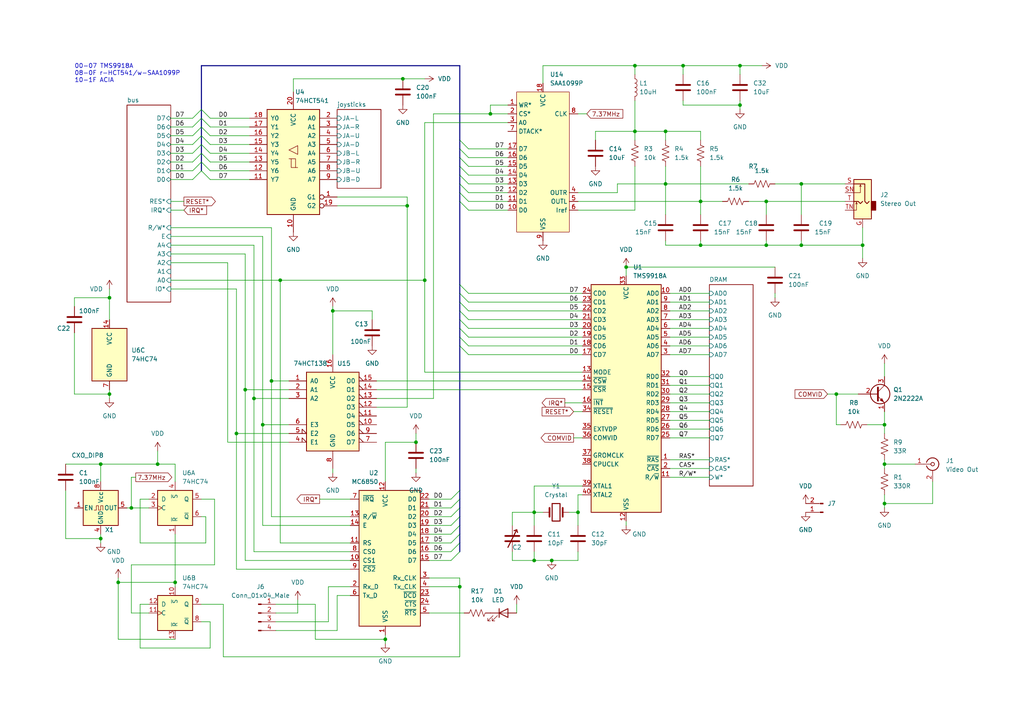
<source format=kicad_sch>
(kicad_sch (version 20230121) (generator eeschema)
  (paper "A4")
  (lib_symbols
    (symbol "74xx:74HCT541" (pin_names (offset 1.016))
      (property "Reference" "U" (at -7.62 16.51 0))
      (property "Value" "74HCT541" (at -7.62 -16.51 0))
      (symbol "74HCT541_1_0"
        (pin input inverted (at -12.7 -10.16 0) (length 5.08) (name "G1") (number "1"))
        (pin power_in line (at 0 -20.32 90) (length 5.08) (name "GND") (number "10"))
        (pin tri_state line (at 12.7 -5.08 180) (length 5.08) (name "Y7") (number "11"))
        (pin tri_state line (at 12.7 -2.54 180) (length 5.08) (name "Y6") (number "12"))
        (pin tri_state line (at 12.7 0 180) (length 5.08) (name "Y5") (number "13"))
        (pin tri_state line (at 12.7 2.54 180) (length 5.08) (name "Y4") (number "14"))
        (pin tri_state line (at 12.7 5.08 180) (length 5.08) (name "Y3") (number "15"))
        (pin tri_state line (at 12.7 7.62 180) (length 5.08) (name "Y2") (number "16"))
        (pin tri_state line (at 12.7 10.16 180) (length 5.08) (name "Y1") (number "17"))
        (pin tri_state line (at 12.7 12.7 180) (length 5.08) (name "Y0") (number "18"))
        (pin input inverted (at -12.7 -12.7 0) (length 5.08) (name "G2") (number "19"))
        (pin input line (at -12.7 12.7 0) (length 5.08) (name "A0") (number "2"))
        (pin power_in line (at 0 20.32 270) (length 5.08) (name "VCC") (number "20"))
        (pin input line (at -12.7 10.16 0) (length 5.08) (name "A1") (number "3"))
        (pin input line (at -12.7 7.62 0) (length 5.08) (name "A2") (number "4"))
        (pin input line (at -12.7 5.08 0) (length 5.08) (name "A3") (number "5"))
        (pin input line (at -12.7 2.54 0) (length 5.08) (name "A4") (number "6"))
        (pin input line (at -12.7 0 0) (length 5.08) (name "A5") (number "7"))
        (pin input line (at -12.7 -2.54 0) (length 5.08) (name "A6") (number "8"))
        (pin input line (at -12.7 -5.08 0) (length 5.08) (name "A7") (number "9"))
      )
    )
    (symbol "74xx:74LS138" (pin_names (offset 1.016))
      (property "Reference" "U" (at -7.62 11.43 0))
      (property "Value" "74LS138" (at -7.62 -13.97 0))
      (symbol "74LS138_1_0"
        (pin input line (at -12.7 7.62 0) (length 5.08) (name "A0") (number "1"))
        (pin output output_low (at 12.7 -5.08 180) (length 5.08) (name "O5") (number "10"))
        (pin output output_low (at 12.7 -2.54 180) (length 5.08) (name "O4") (number "11"))
        (pin output output_low (at 12.7 0 180) (length 5.08) (name "O3") (number "12"))
        (pin output output_low (at 12.7 2.54 180) (length 5.08) (name "O2") (number "13"))
        (pin output output_low (at 12.7 5.08 180) (length 5.08) (name "O1") (number "14"))
        (pin output output_low (at 12.7 7.62 180) (length 5.08) (name "O0") (number "15"))
        (pin power_in line (at 0 15.24 270) (length 5.08) (name "VCC") (number "16"))
        (pin input line (at -12.7 5.08 0) (length 5.08) (name "A1") (number "2"))
        (pin input line (at -12.7 2.54 0) (length 5.08) (name "A2") (number "3"))
        (pin input input_low (at -12.7 -10.16 0) (length 5.08) (name "E1") (number "4"))
        (pin input input_low (at -12.7 -7.62 0) (length 5.08) (name "E2") (number "5"))
        (pin input line (at -12.7 -5.08 0) (length 5.08) (name "E3") (number "6"))
        (pin output output_low (at 12.7 -10.16 180) (length 5.08) (name "O7") (number "7"))
        (pin power_in line (at 0 -17.78 90) (length 5.08) (name "GND") (number "8"))
        (pin output output_low (at 12.7 -7.62 180) (length 5.08) (name "O6") (number "9"))
      )
    )
    (symbol "74xx:74LS74" (pin_names (offset 1.016))
      (property "Reference" "U" (at -7.62 8.89 0))
      (property "Value" "74LS74" (at -7.62 -8.89 0))
      (symbol "74LS74_1_0"
        (pin input line (at 0 -7.62 90) (length 2.54) (name "~{R}") (number "1"))
        (pin input line (at -7.62 2.54 0) (length 2.54) (name "D") (number "2"))
        (pin input clock (at -7.62 0 0) (length 2.54) (name "C") (number "3"))
        (pin input line (at 0 7.62 270) (length 2.54) (name "~{S}") (number "4"))
        (pin output line (at 7.62 2.54 180) (length 2.54) (name "Q") (number "5"))
        (pin output line (at 7.62 -2.54 180) (length 2.54) (name "~{Q}") (number "6"))
      )
      (symbol "74LS74_2_0"
        (pin input line (at 0 7.62 270) (length 2.54) (name "~{S}") (number "10"))
        (pin input clock (at -7.62 0 0) (length 2.54) (name "C") (number "11"))
        (pin input line (at -7.62 2.54 0) (length 2.54) (name "D") (number "12"))
        (pin input line (at 0 -7.62 90) (length 2.54) (name "~{R}") (number "13"))
        (pin output line (at 7.62 -2.54 180) (length 2.54) (name "~{Q}") (number "8"))
        (pin output line (at 7.62 2.54 180) (length 2.54) (name "Q") (number "9"))
      )
      (symbol "74LS74_3_0"
        (pin power_in line (at 0 10.16 270) (length 2.54) (name "VCC") (number "14"))
        (pin power_in line (at 0 -10.16 90) (length 2.54) (name "GND") (number "7"))
      )
    )
    (symbol "Connector:AudioJack2_Ground_Switch"
      (property "Reference" "J" (at 0 11.43 0))
      (property "Value" "AudioJack2_Ground_Switch" (at 0 8.89 0))
      (symbol "AudioJack2_Ground_Switch_1_1"
        (pin passive line (at 0 -7.62 90) (length 2.54) (name "~") (number "G"))
        (pin passive line (at 5.08 5.08 180) (length 2.54) (name "~") (number "S"))
        (pin passive line (at 5.08 2.54 180) (length 2.54) (name "~") (number "SN"))
        (pin passive line (at 5.08 0 180) (length 2.54) (name "~") (number "T"))
        (pin passive line (at 5.08 -2.54 180) (length 2.54) (name "~") (number "TN"))
      )
    )
    (symbol "Connector:Conn_01x02_Male" (pin_names (offset 1.016) hide)
      (property "Reference" "J" (at 0 2.54 0))
      (property "Value" "Conn_01x02_Male" (at 0 -5.08 0))
      (symbol "Conn_01x02_Male_1_1"
        (pin passive line (at 5.08 0 180) (length 3.81) (name "Pin_1") (number "1"))
        (pin passive line (at 5.08 -2.54 180) (length 3.81) (name "Pin_2") (number "2"))
      )
    )
    (symbol "Connector:Conn_01x04_Male" (pin_names (offset 1.016) hide)
      (property "Reference" "J" (at 0 5.08 0))
      (property "Value" "Conn_01x04_Male" (at 0 -7.62 0))
      (symbol "Conn_01x04_Male_1_1"
        (pin passive line (at 5.08 2.54 180) (length 3.81) (name "Pin_1") (number "1"))
        (pin passive line (at 5.08 0 180) (length 3.81) (name "Pin_2") (number "2"))
        (pin passive line (at 5.08 -2.54 180) (length 3.81) (name "Pin_3") (number "3"))
        (pin passive line (at 5.08 -5.08 180) (length 3.81) (name "Pin_4") (number "4"))
      )
    )
    (symbol "Connector:Conn_Coaxial" (pin_names (offset 1.016) hide)
      (property "Reference" "J" (at 0.254 3.048 0))
      (property "Value" "Conn_Coaxial" (at 2.921 0 90))
      (symbol "Conn_Coaxial_1_1"
        (pin passive line (at -5.08 0 0) (length 2.54) (name "In") (number "1"))
        (pin passive line (at 0 -5.08 90) (length 2.54) (name "Ext") (number "2"))
      )
    )
    (symbol "Device:C" (pin_numbers hide) (pin_names (offset 0.254))
      (property "Reference" "C" (at 0.635 2.54 0))
      (property "Value" "C" (at 0.635 -2.54 0))
      (symbol "C_1_1"
        (pin passive line (at 0 3.81 270) (length 2.794) (name "~") (number "1"))
        (pin passive line (at 0 -3.81 90) (length 2.794) (name "~") (number "2"))
      )
    )
    (symbol "Device:C_Variable" (pin_numbers hide) (pin_names (offset 0.254) hide)
      (property "Reference" "C" (at 0.635 -1.905 0))
      (property "Value" "C_Variable" (at 0.635 -3.81 0))
      (symbol "C_Variable_1_1"
        (pin passive line (at 0 3.81 270) (length 3.048) (name "~") (number "1"))
        (pin passive line (at 0 -3.81 90) (length 3.048) (name "~") (number "2"))
      )
    )
    (symbol "Device:Crystal" (pin_numbers hide) (pin_names (offset 1.016) hide)
      (property "Reference" "Y" (at 0 3.81 0))
      (property "Value" "Crystal" (at 0 -3.81 0))
      (symbol "Crystal_1_1"
        (pin passive line (at -3.81 0 0) (length 1.27) (name "1") (number "1"))
        (pin passive line (at 3.81 0 180) (length 1.27) (name "2") (number "2"))
      )
    )
    (symbol "Device:L" (pin_numbers hide) (pin_names (offset 1.016) hide)
      (property "Reference" "L" (at -1.27 0 90))
      (property "Value" "L" (at 1.905 0 90))
      (symbol "L_1_1"
        (pin passive line (at 0 3.81 270) (length 1.27) (name "1") (number "1"))
        (pin passive line (at 0 -3.81 90) (length 1.27) (name "2") (number "2"))
      )
    )
    (symbol "Device:LED" (pin_numbers hide) (pin_names (offset 1.016) hide)
      (property "Reference" "D" (at 0 2.54 0))
      (property "Value" "LED" (at 0 -2.54 0))
      (symbol "LED_1_1"
        (pin passive line (at -3.81 0 0) (length 2.54) (name "K") (number "1"))
        (pin passive line (at 3.81 0 180) (length 2.54) (name "A") (number "2"))
      )
    )
    (symbol "Device:R_US" (pin_numbers hide) (pin_names (offset 0))
      (property "Reference" "R" (at 2.54 0 90))
      (property "Value" "R_US" (at -2.54 0 90))
      (symbol "R_US_1_1"
        (pin passive line (at 0 3.81 270) (length 1.27) (name "~") (number "1"))
        (pin passive line (at 0 -3.81 90) (length 1.27) (name "~") (number "2"))
      )
    )
    (symbol "New_Library:MC6850" (pin_names (offset 1.016))
      (property "Reference" "U" (at -7.366 31.75 0))
      (property "Value" "MC6850" (at 10.414 31.75 0))
      (symbol "MC6850_1_1"
        (pin power_in line (at 0 -11.43 90) (length 2.54) (name "VSS") (number "1"))
        (pin input line (at 10.16 10.16 180) (length 2.54) (name "CS1") (number "10"))
        (pin input line (at 10.16 15.24 180) (length 2.54) (name "RS") (number "11"))
        (pin power_in line (at 0 33.02 270) (length 2.54) (name "VCC") (number "12"))
        (pin input line (at 10.16 22.86 180) (length 2.54) (name "R/~{W}") (number "13"))
        (pin input line (at 10.16 20.32 180) (length 2.54) (name "E") (number "14"))
        (pin bidirectional line (at -12.7 10.16 0) (length 2.54) (name "D7") (number "15"))
        (pin bidirectional line (at -12.7 12.7 0) (length 2.54) (name "D6") (number "16"))
        (pin bidirectional line (at -12.7 15.24 0) (length 2.54) (name "D5") (number "17"))
        (pin bidirectional line (at -12.7 17.78 0) (length 2.54) (name "D4") (number "18"))
        (pin bidirectional line (at -12.7 20.32 0) (length 2.54) (name "D3") (number "19"))
        (pin input line (at 10.16 2.54 180) (length 2.54) (name "Rx_D") (number "2"))
        (pin bidirectional line (at -12.7 22.86 0) (length 2.54) (name "D2") (number "20"))
        (pin bidirectional line (at -12.7 25.4 0) (length 2.54) (name "D1") (number "21"))
        (pin bidirectional line (at -12.7 27.94 0) (length 2.54) (name "D0") (number "22"))
        (pin input line (at -12.7 0 0) (length 2.54) (name "~{DCD}") (number "23"))
        (pin input line (at -12.7 -2.54 0) (length 2.54) (name "~{CTS}") (number "24"))
        (pin input line (at -12.7 5.08 0) (length 2.54) (name "Rx_CLK") (number "3"))
        (pin input line (at -12.7 2.54 0) (length 2.54) (name "Tx_CLK") (number "4"))
        (pin output line (at -12.7 -5.08 0) (length 2.54) (name "~{RTS}") (number "5"))
        (pin output line (at 10.16 0 180) (length 2.54) (name "Tx_D") (number "6"))
        (pin output line (at 10.16 27.94 180) (length 2.54) (name "~{IRQ}") (number "7"))
        (pin input line (at 10.16 12.7 180) (length 2.54) (name "CS0") (number "8"))
        (pin input line (at 10.16 7.62 180) (length 2.54) (name "~{CS2}") (number "9"))
      )
    )
    (symbol "New_Library:SAA1099P"
      (property "Reference" "U" (at 0 0 0))
      (property "Value" "SAA1099P" (at 1.27 -3.81 0))
      (symbol "SAA1099P_1_1"
        (pin input line (at -10.16 16.51 0) (length 2.54) (name "WR*") (number "1"))
        (pin input line (at -10.16 -13.97 0) (length 2.54) (name "D0") (number "10"))
        (pin input line (at -10.16 -11.43 0) (length 2.54) (name "D1") (number "11"))
        (pin input line (at -10.16 -8.89 0) (length 2.54) (name "D2") (number "12"))
        (pin input line (at -10.16 -6.35 0) (length 2.54) (name "D3") (number "13"))
        (pin input line (at -10.16 -3.81 0) (length 2.54) (name "D4") (number "14"))
        (pin input line (at -10.16 -1.27 0) (length 2.54) (name "D5") (number "15"))
        (pin input line (at -10.16 1.27 0) (length 2.54) (name "D6") (number "16"))
        (pin input line (at -10.16 3.81 0) (length 2.54) (name "D7") (number "17"))
        (pin power_in line (at 0 22.86 270) (length 2.54) (name "VCC") (number "18"))
        (pin input line (at -10.16 13.97 0) (length 2.54) (name "CS*") (number "2"))
        (pin input line (at -10.16 11.43 0) (length 2.54) (name "A0") (number "3"))
        (pin output line (at 10.16 -8.89 180) (length 2.54) (name "OUTR") (number "4"))
        (pin output line (at 10.16 -11.43 180) (length 2.54) (name "OUTL") (number "5"))
        (pin output line (at 10.16 -13.97 180) (length 2.54) (name "Iref") (number "6"))
        (pin open_collector line (at -10.16 8.89 0) (length 2.54) (name "DTACK*") (number "7"))
        (pin input line (at 10.16 13.97 180) (length 2.54) (name "CLK") (number "8"))
        (pin power_in line (at 0 -22.86 90) (length 2.54) (name "VSS") (number "9"))
      )
    )
    (symbol "New_Library:TMS9918A"
      (property "Reference" "U1" (at 2.0194 38.1 0))
      (property "Value" "TMS9918A" (at 2.0194 35.56 0))
      (symbol "TMS9918A_1_1"
        (pin output line (at 12.7 -17.78 180) (length 2.54) (name "~{RAS}") (number "1"))
        (pin output line (at 12.7 30.48 180) (length 2.54) (name "AD0") (number "10"))
        (pin output line (at 12.7 -22.86 180) (length 2.54) (name "R/~{W}") (number "11"))
        (pin power_in line (at 0 -35.56 90) (length 2.54) (name "VSS") (number "12"))
        (pin input line (at -12.7 7.62 0) (length 2.54) (name "MODE") (number "13"))
        (pin input line (at -12.7 5.08 0) (length 2.54) (name "~{CSW}") (number "14"))
        (pin input line (at -12.7 2.54 0) (length 2.54) (name "~{CSR}") (number "15"))
        (pin output line (at -12.7 -1.27 0) (length 2.54) (name "~{INT}") (number "16"))
        (pin bidirectional line (at -12.7 12.7 0) (length 2.54) (name "CD7") (number "17"))
        (pin bidirectional line (at -12.7 15.24 0) (length 2.54) (name "CD6") (number "18"))
        (pin bidirectional line (at -12.7 17.78 0) (length 2.54) (name "CD5") (number "19"))
        (pin output line (at 12.7 -20.32 180) (length 2.54) (name "~{CAS}") (number "2"))
        (pin bidirectional line (at -12.7 20.32 0) (length 2.54) (name "CD4") (number "20"))
        (pin bidirectional line (at -12.7 22.86 0) (length 2.54) (name "CD3") (number "21"))
        (pin bidirectional line (at -12.7 25.4 0) (length 2.54) (name "CD2") (number "22"))
        (pin bidirectional line (at -12.7 27.94 0) (length 2.54) (name "CD1") (number "23"))
        (pin bidirectional line (at -12.7 30.48 0) (length 2.54) (name "CD0") (number "24"))
        (pin input line (at 12.7 -11.43 180) (length 2.54) (name "RD7") (number "25"))
        (pin input line (at 12.7 -8.89 180) (length 2.54) (name "RD6") (number "26"))
        (pin input line (at 12.7 -6.35 180) (length 2.54) (name "RD5") (number "27"))
        (pin input line (at 12.7 -3.81 180) (length 2.54) (name "RD4") (number "28"))
        (pin input line (at 12.7 -1.27 180) (length 2.54) (name "RD3") (number "29"))
        (pin output line (at 12.7 12.7 180) (length 2.54) (name "AD7") (number "3"))
        (pin input line (at 12.7 1.27 180) (length 2.54) (name "RD2") (number "30"))
        (pin input line (at 12.7 3.81 180) (length 2.54) (name "RD1") (number "31"))
        (pin input line (at 12.7 6.35 180) (length 2.54) (name "RD0") (number "32"))
        (pin power_in line (at 0 35.56 270) (length 2.54) (name "VCC") (number "33"))
        (pin input line (at -12.7 -3.81 0) (length 2.54) (name "~{RESET}") (number "34"))
        (pin input line (at -12.7 -8.89 0) (length 2.54) (name "EXTVDP") (number "35"))
        (pin output line (at -12.7 -11.43 0) (length 2.54) (name "COMVID") (number "36"))
        (pin output line (at -12.7 -16.51 0) (length 2.54) (name "GROMCLK") (number "37"))
        (pin output line (at -12.7 -19.05 0) (length 2.54) (name "CPUCLK") (number "38"))
        (pin passive line (at -12.7 -25.4 0) (length 2.54) (name "XTAL1") (number "39"))
        (pin output line (at 12.7 15.24 180) (length 2.54) (name "AD6") (number "4"))
        (pin passive line (at -12.7 -27.94 0) (length 2.54) (name "XTAL2") (number "40"))
        (pin output line (at 12.7 17.78 180) (length 2.54) (name "AD5") (number "5"))
        (pin output line (at 12.7 20.32 180) (length 2.54) (name "AD4") (number "6"))
        (pin output line (at 12.7 22.86 180) (length 2.54) (name "AD3") (number "7"))
        (pin output line (at 12.7 25.4 180) (length 2.54) (name "AD2") (number "8"))
        (pin output line (at 12.7 27.94 180) (length 2.54) (name "AD1") (number "9"))
      )
    )
    (symbol "Oscillator:CXO_DIP8" (pin_names (offset 0.254))
      (property "Reference" "X" (at -5.08 6.35 0))
      (property "Value" "CXO_DIP8" (at 1.27 -6.35 0))
      (symbol "CXO_DIP8_1_1"
        (pin input line (at -7.62 0 0) (length 2.54) (name "EN") (number "1"))
        (pin power_in line (at 0 -7.62 90) (length 2.54) (name "GND") (number "4"))
        (pin output line (at 7.62 0 180) (length 2.54) (name "OUT") (number "5"))
        (pin power_in line (at 0 7.62 270) (length 2.54) (name "Vcc") (number "8"))
      )
    )
    (symbol "Transistor_BJT:2N3904" (pin_names (offset 0) hide)
      (property "Reference" "Q" (at 5.08 1.905 0))
      (property "Value" "2N3904" (at 5.08 0 0))
      (symbol "2N3904_1_1"
        (pin passive line (at 2.54 -5.08 90) (length 2.54) (name "E") (number "1"))
        (pin passive line (at -5.08 0 0) (length 5.715) (name "B") (number "2"))
        (pin passive line (at 2.54 5.08 270) (length 2.54) (name "C") (number "3"))
      )
    )
    (symbol "power:GND" (power) (pin_names (offset 0))
      (property "Value" "GND" (at 0 -3.81 0))
      (symbol "GND_1_1"
        (pin power_in line (at 0 0 270) (length 0) hide (name "GND") (number "1"))
      )
    )
    (symbol "power:VDD" (power) (pin_names (offset 0))
      (property "Value" "VDD" (at 0 3.81 0))
      (symbol "VDD_1_1"
        (pin power_in line (at 0 0 90) (length 0) hide (name "VDD") (number "1"))
      )
    )
  )
  (junction (at 154.94 148.59))
  (junction (at 256.54 134.62))
  (junction (at 142.24 33.02))
  (junction (at 203.2 71.12))
  (junction (at 184.15 38.1))
  (junction (at 111.76 185.42))
  (junction (at 45.72 134.62))
  (junction (at 181.61 77.47))
  (junction (at 31.75 86.36))
  (junction (at 222.25 58.42))
  (junction (at 184.15 19.05))
  (junction (at 250.19 71.12))
  (junction (at 76.2 123.19))
  (junction (at 78.74 110.49))
  (junction (at 34.29 168.91))
  (junction (at 73.66 115.57))
  (junction (at 120.65 128.27))
  (junction (at 123.19 81.28))
  (junction (at 81.28 81.28))
  (junction (at 118.11 59.69))
  (junction (at 232.41 71.12))
  (junction (at 256.54 123.19))
  (junction (at 160.02 162.56))
  (junction (at 214.63 19.05))
  (junction (at 68.58 125.73))
  (junction (at 29.21 134.62))
  (junction (at 198.12 19.05))
  (junction (at 133.35 170.18))
  (junction (at 222.25 71.12))
  (junction (at 203.2 58.42))
  (junction (at 193.04 53.34))
  (junction (at 242.57 114.3))
  (junction (at 214.63 30.48))
  (junction (at 38.1 147.32))
  (junction (at 193.04 38.1))
  (junction (at 154.94 162.56))
  (junction (at 256.54 146.05))
  (junction (at 31.75 114.3))
  (junction (at 29.21 156.21))
  (junction (at 232.41 53.34))
  (junction (at 167.64 148.59))
  (junction (at 71.12 113.03))
  (junction (at 50.8 168.91))
  (junction (at 116.84 22.86))
  (junction (at 96.52 90.17))
  (bus_entry (at 58.42 36.83) (size 2.54 2.54))
  (bus_entry (at 133.35 147.32) (size -2.54 2.54))
  (bus_entry (at 133.35 55.88) (size 2.54 2.54))
  (bus_entry (at 133.35 43.18) (size 2.54 2.54))
  (bus_entry (at 58.42 49.53) (size 2.54 2.54))
  (bus_entry (at 133.35 50.8) (size 2.54 2.54))
  (bus_entry (at 58.42 34.29) (size 2.54 2.54))
  (bus_entry (at 133.35 53.34) (size 2.54 2.54))
  (bus_entry (at 58.42 31.75) (size 2.54 2.54))
  (bus_entry (at 133.35 152.4) (size -2.54 2.54))
  (bus_entry (at 133.35 157.48) (size -2.54 2.54))
  (bus_entry (at 58.42 39.37) (size 2.54 2.54))
  (bus_entry (at 133.35 144.78) (size -2.54 2.54))
  (bus_entry (at 133.35 154.94) (size -2.54 2.54))
  (bus_entry (at 133.35 45.72) (size 2.54 2.54))
  (bus_entry (at 58.42 49.53) (size -2.54 2.54))
  (bus_entry (at 133.35 48.26) (size 2.54 2.54))
  (bus_entry (at 58.42 44.45) (size 2.54 2.54))
  (bus_entry (at 58.42 41.91) (size 2.54 2.54))
  (bus_entry (at 133.35 58.42) (size 2.54 2.54))
  (bus_entry (at 58.42 46.99) (size 2.54 2.54))
  (bus_entry (at 133.35 160.02) (size -2.54 2.54))
  (bus_entry (at 133.35 82.55) (size 2.54 2.54))
  (bus_entry (at 133.35 85.09) (size 2.54 2.54))
  (bus_entry (at 133.35 100.33) (size 2.54 2.54))
  (bus_entry (at 133.35 95.25) (size 2.54 2.54))
  (bus_entry (at 133.35 97.79) (size 2.54 2.54))
  (bus_entry (at 58.42 31.75) (size -2.54 2.54))
  (bus_entry (at 58.42 34.29) (size -2.54 2.54))
  (bus_entry (at 58.42 36.83) (size -2.54 2.54))
  (bus_entry (at 58.42 39.37) (size -2.54 2.54))
  (bus_entry (at 58.42 41.91) (size -2.54 2.54))
  (bus_entry (at 58.42 46.99) (size -2.54 2.54))
  (bus_entry (at 58.42 44.45) (size -2.54 2.54))
  (bus_entry (at 133.35 90.17) (size 2.54 2.54))
  (bus_entry (at 133.35 92.71) (size 2.54 2.54))
  (bus_entry (at 133.35 87.63) (size 2.54 2.54))
  (bus_entry (at 133.35 142.24) (size -2.54 2.54))
  (bus_entry (at 133.35 40.64) (size 2.54 2.54))
  (bus_entry (at 133.35 149.86) (size -2.54 2.54))
  (wire (pts (xy 179.07 53.34) (xy 193.04 53.34)))
  (wire (pts (xy 68.58 125.73) (xy 68.58 165.1)))
  (wire (pts (xy 214.63 19.05) (xy 214.63 21.59)))
  (wire (pts (xy 40.64 175.26) (xy 40.64 187.96)))
  (wire (pts (xy 203.2 71.12) (xy 222.25 71.12)))
  (wire (pts (xy 214.63 30.48) (xy 214.63 29.21)))
  (wire (pts (xy 118.11 59.69) (xy 118.11 57.15)))
  (wire (pts (xy 168.91 140.97) (xy 154.94 140.97)))
  (wire (pts (xy 157.48 19.05) (xy 184.15 19.05)))
  (wire (pts (xy 203.2 71.12) (xy 203.2 69.85)))
  (wire (pts (xy 184.15 38.1) (xy 193.04 38.1)))
  (wire (pts (xy 92.71 144.78) (xy 101.6 144.78)))
  (wire (pts (xy 135.89 100.33) (xy 168.91 100.33)))
  (wire (pts (xy 203.2 58.42) (xy 203.2 48.26)))
  (wire (pts (xy 203.2 58.42) (xy 209.55 58.42)))
  (wire (pts (xy 172.72 38.1) (xy 184.15 38.1)))
  (wire (pts (xy 135.89 90.17) (xy 168.91 90.17)))
  (wire (pts (xy 19.05 156.21) (xy 29.21 156.21)))
  (wire (pts (xy 194.31 85.09) (xy 205.74 85.09)))
  (wire (pts (xy 135.89 48.26) (xy 147.32 48.26)))
  (wire (pts (xy 242.57 114.3) (xy 248.92 114.3)))
  (wire (pts (xy 49.53 52.07) (xy 55.88 52.07)))
  (wire (pts (xy 109.22 118.11) (xy 118.11 118.11)))
  (wire (pts (xy 193.04 53.34) (xy 217.17 53.34)))
  (wire (pts (xy 60.96 187.96) (xy 60.96 180.34)))
  (wire (pts (xy 40.64 157.48) (xy 59.69 157.48)))
  (wire (pts (xy 101.6 160.02) (xy 73.66 160.02)))
  (wire (pts (xy 166.37 119.38) (xy 168.91 119.38)))
  (wire (pts (xy 96.52 137.16) (xy 96.52 135.89)))
  (wire (pts (xy 256.54 125.73) (xy 256.54 123.19)))
  (wire (pts (xy 49.53 46.99) (xy 55.88 46.99)))
  (wire (pts (xy 86.36 177.8) (xy 86.36 173.99)))
  (wire (pts (xy 133.35 167.64) (xy 124.46 167.64)))
  (wire (pts (xy 148.59 152.4) (xy 148.59 148.59)))
  (wire (pts (xy 78.74 110.49) (xy 78.74 149.86)))
  (wire (pts (xy 135.89 85.09) (xy 168.91 85.09)))
  (wire (pts (xy 194.31 100.33) (xy 205.74 100.33)))
  (wire (pts (xy 194.31 87.63) (xy 205.74 87.63)))
  (wire (pts (xy 19.05 142.24) (xy 19.05 156.21)))
  (wire (pts (xy 36.83 147.32) (xy 38.1 147.32)))
  (wire (pts (xy 40.64 144.78) (xy 40.64 157.48)))
  (wire (pts (xy 167.64 143.51) (xy 167.64 148.59)))
  (wire (pts (xy 142.24 33.02) (xy 147.32 33.02)))
  (wire (pts (xy 256.54 105.41) (xy 256.54 109.22)))
  (wire (pts (xy 242.57 123.19) (xy 243.84 123.19)))
  (bus (pts (xy 133.35 58.42) (xy 133.35 82.55)))
  (wire (pts (xy 193.04 48.26) (xy 193.04 53.34)))
  (wire (pts (xy 240.03 114.3) (xy 242.57 114.3)))
  (wire (pts (xy 184.15 21.59) (xy 184.15 19.05)))
  (wire (pts (xy 107.95 92.71) (xy 107.95 90.17)))
  (wire (pts (xy 83.82 110.49) (xy 78.74 110.49)))
  (wire (pts (xy 81.28 157.48) (xy 81.28 81.28)))
  (wire (pts (xy 111.76 128.27) (xy 111.76 139.7)))
  (wire (pts (xy 29.21 157.48) (xy 29.21 156.21)))
  (wire (pts (xy 118.11 57.15) (xy 97.79 57.15)))
  (wire (pts (xy 135.89 97.79) (xy 168.91 97.79)))
  (wire (pts (xy 49.53 36.83) (xy 55.88 36.83)))
  (wire (pts (xy 83.82 128.27) (xy 66.04 128.27)))
  (wire (pts (xy 194.31 127) (xy 205.74 127)))
  (wire (pts (xy 194.31 90.17) (xy 205.74 90.17)))
  (wire (pts (xy 270.51 139.7) (xy 270.51 146.05)))
  (wire (pts (xy 31.75 114.3) (xy 31.75 115.57)))
  (wire (pts (xy 124.46 170.18) (xy 133.35 170.18)))
  (wire (pts (xy 123.19 81.28) (xy 123.19 107.95)))
  (wire (pts (xy 125.73 33.02) (xy 142.24 33.02)))
  (wire (pts (xy 120.65 135.89) (xy 120.65 137.16)))
  (wire (pts (xy 256.54 143.51) (xy 256.54 146.05)))
  (bus (pts (xy 58.42 36.83) (xy 58.42 34.29)))
  (wire (pts (xy 194.31 116.84) (xy 205.74 116.84)))
  (wire (pts (xy 72.39 49.53) (xy 60.96 49.53)))
  (wire (pts (xy 217.17 58.42) (xy 222.25 58.42)))
  (wire (pts (xy 167.64 55.88) (xy 179.07 55.88)))
  (wire (pts (xy 85.09 22.86) (xy 85.09 26.67)))
  (bus (pts (xy 133.35 152.4) (xy 133.35 149.86)))
  (wire (pts (xy 91.44 185.42) (xy 111.76 185.42)))
  (wire (pts (xy 80.01 177.8) (xy 86.36 177.8)))
  (bus (pts (xy 58.42 44.45) (xy 58.42 41.91)))
  (wire (pts (xy 76.2 68.58) (xy 76.2 123.19)))
  (wire (pts (xy 163.83 116.84) (xy 168.91 116.84)))
  (wire (pts (xy 181.61 80.01) (xy 181.61 77.47)))
  (wire (pts (xy 40.64 175.26) (xy 43.18 175.26)))
  (wire (pts (xy 111.76 186.69) (xy 111.76 185.42)))
  (wire (pts (xy 135.89 60.96) (xy 147.32 60.96)))
  (wire (pts (xy 194.31 121.92) (xy 205.74 121.92)))
  (wire (pts (xy 109.22 113.03) (xy 168.91 113.03)))
  (wire (pts (xy 256.54 133.35) (xy 256.54 134.62)))
  (bus (pts (xy 133.35 90.17) (xy 133.35 92.71)))
  (wire (pts (xy 50.8 154.94) (xy 50.8 168.91)))
  (wire (pts (xy 68.58 83.82) (xy 49.53 83.82)))
  (wire (pts (xy 194.31 124.46) (xy 205.74 124.46)))
  (bus (pts (xy 133.35 95.25) (xy 133.35 97.79)))
  (wire (pts (xy 34.29 168.91) (xy 50.8 168.91)))
  (wire (pts (xy 38.1 147.32) (xy 43.18 147.32)))
  (wire (pts (xy 64.77 175.26) (xy 64.77 190.5)))
  (wire (pts (xy 118.11 118.11) (xy 118.11 59.69)))
  (wire (pts (xy 76.2 123.19) (xy 83.82 123.19)))
  (wire (pts (xy 203.2 58.42) (xy 203.2 62.23)))
  (bus (pts (xy 133.35 92.71) (xy 133.35 95.25)))
  (wire (pts (xy 64.77 190.5) (xy 133.35 190.5)))
  (wire (pts (xy 135.89 45.72) (xy 147.32 45.72)))
  (wire (pts (xy 130.81 162.56) (xy 124.46 162.56)))
  (wire (pts (xy 72.39 34.29) (xy 60.96 34.29)))
  (wire (pts (xy 194.31 133.35) (xy 205.74 133.35)))
  (wire (pts (xy 71.12 113.03) (xy 71.12 73.66)))
  (wire (pts (xy 45.72 130.81) (xy 45.72 134.62)))
  (wire (pts (xy 149.86 175.26) (xy 149.86 177.8)))
  (bus (pts (xy 58.42 34.29) (xy 58.42 31.75)))
  (wire (pts (xy 232.41 53.34) (xy 232.41 62.23)))
  (wire (pts (xy 135.89 43.18) (xy 147.32 43.18)))
  (wire (pts (xy 31.75 113.03) (xy 31.75 114.3)))
  (wire (pts (xy 135.89 53.34) (xy 147.32 53.34)))
  (wire (pts (xy 157.48 24.13) (xy 157.48 19.05)))
  (wire (pts (xy 172.72 40.64) (xy 172.72 38.1)))
  (wire (pts (xy 135.89 87.63) (xy 168.91 87.63)))
  (wire (pts (xy 21.59 86.36) (xy 21.59 88.9)))
  (wire (pts (xy 193.04 38.1) (xy 203.2 38.1)))
  (wire (pts (xy 71.12 73.66) (xy 49.53 73.66)))
  (wire (pts (xy 256.54 146.05) (xy 256.54 147.32)))
  (wire (pts (xy 107.95 90.17) (xy 96.52 90.17)))
  (bus (pts (xy 58.42 39.37) (xy 58.42 36.83)))
  (wire (pts (xy 101.6 152.4) (xy 76.2 152.4)))
  (wire (pts (xy 111.76 185.42) (xy 111.76 184.15)))
  (wire (pts (xy 72.39 39.37) (xy 60.96 39.37)))
  (wire (pts (xy 222.25 58.42) (xy 245.11 58.42)))
  (wire (pts (xy 38.1 147.32) (xy 38.1 138.43)))
  (wire (pts (xy 68.58 125.73) (xy 83.82 125.73)))
  (wire (pts (xy 45.72 134.62) (xy 29.21 134.62)))
  (wire (pts (xy 193.04 38.1) (xy 193.04 40.64)))
  (wire (pts (xy 154.94 148.59) (xy 157.48 148.59)))
  (wire (pts (xy 130.81 147.32) (xy 124.46 147.32)))
  (wire (pts (xy 34.29 185.42) (xy 34.29 168.91)))
  (wire (pts (xy 135.89 95.25) (xy 168.91 95.25)))
  (wire (pts (xy 83.82 115.57) (xy 73.66 115.57)))
  (wire (pts (xy 21.59 86.36) (xy 31.75 86.36)))
  (wire (pts (xy 38.1 177.8) (xy 38.1 163.83)))
  (wire (pts (xy 49.53 81.28) (xy 81.28 81.28)))
  (bus (pts (xy 133.35 147.32) (xy 133.35 144.78)))
  (wire (pts (xy 250.19 71.12) (xy 250.19 74.93)))
  (wire (pts (xy 118.11 59.69) (xy 97.79 59.69)))
  (wire (pts (xy 193.04 71.12) (xy 193.04 69.85)))
  (wire (pts (xy 97.79 182.88) (xy 97.79 172.72)))
  (bus (pts (xy 133.35 154.94) (xy 133.35 152.4)))
  (wire (pts (xy 66.04 128.27) (xy 66.04 76.2)))
  (wire (pts (xy 78.74 66.04) (xy 78.74 110.49)))
  (wire (pts (xy 184.15 29.21) (xy 184.15 38.1)))
  (wire (pts (xy 49.53 58.42) (xy 53.34 58.42)))
  (wire (pts (xy 135.89 50.8) (xy 147.32 50.8)))
  (wire (pts (xy 71.12 162.56) (xy 71.12 113.03)))
  (wire (pts (xy 101.6 157.48) (xy 81.28 157.48)))
  (wire (pts (xy 96.52 90.17) (xy 96.52 102.87)))
  (wire (pts (xy 130.81 154.94) (xy 124.46 154.94)))
  (wire (pts (xy 21.59 114.3) (xy 31.75 114.3)))
  (wire (pts (xy 147.32 35.56) (xy 123.19 35.56)))
  (wire (pts (xy 256.54 134.62) (xy 256.54 135.89)))
  (wire (pts (xy 184.15 38.1) (xy 184.15 40.64)))
  (wire (pts (xy 148.59 148.59) (xy 154.94 148.59)))
  (wire (pts (xy 224.79 53.34) (xy 232.41 53.34)))
  (wire (pts (xy 142.24 30.48) (xy 142.24 33.02)))
  (wire (pts (xy 95.25 170.18) (xy 101.6 170.18)))
  (wire (pts (xy 116.84 22.86) (xy 85.09 22.86)))
  (wire (pts (xy 256.54 134.62) (xy 265.43 134.62)))
  (wire (pts (xy 29.21 156.21) (xy 29.21 154.94)))
  (wire (pts (xy 222.25 58.42) (xy 222.25 62.23)))
  (wire (pts (xy 135.89 102.87) (xy 168.91 102.87)))
  (wire (pts (xy 184.15 19.05) (xy 198.12 19.05)))
  (wire (pts (xy 125.73 115.57) (xy 125.73 33.02)))
  (wire (pts (xy 49.53 68.58) (xy 76.2 68.58)))
  (wire (pts (xy 224.79 86.36) (xy 224.79 85.09)))
  (wire (pts (xy 133.35 190.5) (xy 133.35 170.18)))
  (bus (pts (xy 133.35 53.34) (xy 133.35 55.88)))
  (wire (pts (xy 43.18 144.78) (xy 40.64 144.78)))
  (wire (pts (xy 167.64 162.56) (xy 160.02 162.56)))
  (wire (pts (xy 72.39 41.91) (xy 60.96 41.91)))
  (wire (pts (xy 49.53 66.04) (xy 78.74 66.04)))
  (wire (pts (xy 76.2 123.19) (xy 76.2 152.4)))
  (wire (pts (xy 101.6 149.86) (xy 78.74 149.86)))
  (wire (pts (xy 154.94 160.02) (xy 154.94 162.56)))
  (wire (pts (xy 135.89 92.71) (xy 168.91 92.71)))
  (wire (pts (xy 45.72 134.62) (xy 50.8 134.62)))
  (bus (pts (xy 133.35 160.02) (xy 133.35 157.48)))
  (wire (pts (xy 198.12 19.05) (xy 198.12 21.59)))
  (wire (pts (xy 166.37 127) (xy 168.91 127)))
  (wire (pts (xy 167.64 60.96) (xy 184.15 60.96)))
  (wire (pts (xy 40.64 187.96) (xy 60.96 187.96)))
  (wire (pts (xy 167.64 33.02) (xy 170.18 33.02)))
  (wire (pts (xy 232.41 53.34) (xy 245.11 53.34)))
  (wire (pts (xy 49.53 39.37) (xy 55.88 39.37)))
  (wire (pts (xy 68.58 165.1) (xy 101.6 165.1)))
  (wire (pts (xy 49.53 71.12) (xy 73.66 71.12)))
  (wire (pts (xy 194.31 97.79) (xy 205.74 97.79)))
  (wire (pts (xy 49.53 34.29) (xy 55.88 34.29)))
  (wire (pts (xy 109.22 110.49) (xy 168.91 110.49)))
  (wire (pts (xy 81.28 81.28) (xy 123.19 81.28)))
  (wire (pts (xy 194.31 135.89) (xy 205.74 135.89)))
  (wire (pts (xy 250.19 66.04) (xy 250.19 71.12)))
  (wire (pts (xy 154.94 148.59) (xy 154.94 152.4)))
  (wire (pts (xy 130.81 149.86) (xy 124.46 149.86)))
  (wire (pts (xy 194.31 102.87) (xy 205.74 102.87)))
  (wire (pts (xy 120.65 125.73) (xy 120.65 128.27)))
  (wire (pts (xy 194.31 92.71) (xy 205.74 92.71)))
  (wire (pts (xy 167.64 148.59) (xy 167.64 152.4)))
  (wire (pts (xy 34.29 168.91) (xy 34.29 167.64)))
  (wire (pts (xy 73.66 160.02) (xy 73.66 115.57)))
  (wire (pts (xy 109.22 115.57) (xy 125.73 115.57)))
  (wire (pts (xy 38.1 138.43) (xy 39.37 138.43)))
  (wire (pts (xy 71.12 113.03) (xy 83.82 113.03)))
  (wire (pts (xy 72.39 36.83) (xy 60.96 36.83)))
  (wire (pts (xy 59.69 157.48) (xy 59.69 149.86)))
  (bus (pts (xy 133.35 157.48) (xy 133.35 154.94)))
  (wire (pts (xy 222.25 69.85) (xy 222.25 71.12)))
  (wire (pts (xy 194.31 138.43) (xy 205.74 138.43)))
  (bus (pts (xy 133.35 144.78) (xy 133.35 142.24)))
  (wire (pts (xy 116.84 22.86) (xy 123.19 22.86)))
  (wire (pts (xy 220.98 19.05) (xy 214.63 19.05)))
  (wire (pts (xy 95.25 180.34) (xy 95.25 170.18)))
  (wire (pts (xy 80.01 182.88) (xy 97.79 182.88)))
  (wire (pts (xy 270.51 146.05) (xy 256.54 146.05)))
  (wire (pts (xy 50.8 168.91) (xy 50.8 170.18)))
  (wire (pts (xy 194.31 95.25) (xy 205.74 95.25)))
  (wire (pts (xy 43.18 177.8) (xy 38.1 177.8)))
  (wire (pts (xy 91.44 175.26) (xy 91.44 185.42)))
  (wire (pts (xy 120.65 128.27) (xy 111.76 128.27)))
  (wire (pts (xy 130.81 160.02) (xy 124.46 160.02)))
  (bus (pts (xy 58.42 31.75) (xy 58.42 19.05)))
  (wire (pts (xy 21.59 96.52) (xy 21.59 114.3)))
  (wire (pts (xy 31.75 86.36) (xy 31.75 92.71)))
  (bus (pts (xy 133.35 43.18) (xy 133.35 45.72)))
  (wire (pts (xy 232.41 71.12) (xy 250.19 71.12)))
  (wire (pts (xy 214.63 31.75) (xy 214.63 30.48)))
  (bus (pts (xy 133.35 55.88) (xy 133.35 58.42)))
  (bus (pts (xy 58.42 41.91) (xy 58.42 39.37)))
  (wire (pts (xy 19.05 134.62) (xy 29.21 134.62)))
  (wire (pts (xy 49.53 60.96) (xy 53.34 60.96)))
  (wire (pts (xy 97.79 172.72) (xy 101.6 172.72)))
  (bus (pts (xy 133.35 149.86) (xy 133.35 147.32)))
  (wire (pts (xy 168.91 143.51) (xy 167.64 143.51)))
  (wire (pts (xy 38.1 163.83) (xy 62.23 163.83)))
  (wire (pts (xy 130.81 144.78) (xy 124.46 144.78)))
  (wire (pts (xy 184.15 60.96) (xy 184.15 48.26)))
  (wire (pts (xy 62.23 163.83) (xy 62.23 144.78)))
  (wire (pts (xy 123.19 35.56) (xy 123.19 81.28)))
  (wire (pts (xy 68.58 83.82) (xy 68.58 125.73)))
  (wire (pts (xy 242.57 114.3) (xy 242.57 123.19)))
  (bus (pts (xy 58.42 49.53) (xy 58.42 46.99)))
  (wire (pts (xy 194.31 111.76) (xy 205.74 111.76)))
  (wire (pts (xy 80.01 180.34) (xy 95.25 180.34)))
  (bus (pts (xy 133.35 87.63) (xy 133.35 90.17)))
  (wire (pts (xy 91.44 175.26) (xy 80.01 175.26)))
  (wire (pts (xy 50.8 185.42) (xy 34.29 185.42)))
  (wire (pts (xy 193.04 71.12) (xy 203.2 71.12)))
  (wire (pts (xy 130.81 157.48) (xy 124.46 157.48)))
  (bus (pts (xy 133.35 48.26) (xy 133.35 50.8)))
  (wire (pts (xy 168.91 107.95) (xy 123.19 107.95)))
  (wire (pts (xy 179.07 55.88) (xy 179.07 53.34)))
  (wire (pts (xy 214.63 19.05) (xy 198.12 19.05)))
  (wire (pts (xy 147.32 30.48) (xy 142.24 30.48)))
  (wire (pts (xy 251.46 123.19) (xy 256.54 123.19)))
  (wire (pts (xy 58.42 149.86) (xy 59.69 149.86)))
  (wire (pts (xy 49.53 49.53) (xy 55.88 49.53)))
  (wire (pts (xy 193.04 53.34) (xy 193.04 62.23)))
  (wire (pts (xy 167.64 160.02) (xy 167.64 162.56)))
  (wire (pts (xy 154.94 162.56) (xy 160.02 162.56)))
  (wire (pts (xy 148.59 160.02) (xy 148.59 162.56)))
  (wire (pts (xy 101.6 162.56) (xy 71.12 162.56)))
  (wire (pts (xy 58.42 175.26) (xy 64.77 175.26)))
  (wire (pts (xy 49.53 41.91) (xy 55.88 41.91)))
  (bus (pts (xy 133.35 97.79) (xy 133.35 100.33)))
  (wire (pts (xy 73.66 71.12) (xy 73.66 115.57)))
  (wire (pts (xy 167.64 58.42) (xy 203.2 58.42)))
  (wire (pts (xy 165.1 148.59) (xy 167.64 148.59)))
  (wire (pts (xy 60.96 180.34) (xy 58.42 180.34)))
  (bus (pts (xy 133.35 19.05) (xy 133.35 40.64)))
  (wire (pts (xy 198.12 30.48) (xy 214.63 30.48)))
  (wire (pts (xy 198.12 30.48) (xy 198.12 29.21)))
  (wire (pts (xy 29.21 134.62) (xy 29.21 139.7)))
  (wire (pts (xy 203.2 38.1) (xy 203.2 40.64)))
  (wire (pts (xy 194.31 114.3) (xy 205.74 114.3)))
  (wire (pts (xy 134.62 177.8) (xy 124.46 177.8)))
  (wire (pts (xy 31.75 83.82) (xy 31.75 86.36)))
  (wire (pts (xy 181.61 151.13) (xy 181.61 152.4)))
  (bus (pts (xy 58.42 46.99) (xy 58.42 44.45)))
  (wire (pts (xy 66.04 76.2) (xy 49.53 76.2)))
  (wire (pts (xy 222.25 71.12) (xy 232.41 71.12)))
  (wire (pts (xy 96.52 88.9) (xy 96.52 90.17)))
  (bus (pts (xy 133.35 40.64) (xy 133.35 43.18)))
  (bus (pts (xy 58.42 19.05) (xy 133.35 19.05)))
  (wire (pts (xy 194.31 109.22) (xy 205.74 109.22)))
  (bus (pts (xy 133.35 82.55) (xy 133.35 85.09)))
  (wire (pts (xy 72.39 46.99) (xy 60.96 46.99)))
  (wire (pts (xy 194.31 119.38) (xy 205.74 119.38)))
  (wire (pts (xy 72.39 52.07) (xy 60.96 52.07)))
  (bus (pts (xy 133.35 85.09) (xy 133.35 87.63)))
  (wire (pts (xy 148.59 162.56) (xy 154.94 162.56)))
  (wire (pts (xy 154.94 140.97) (xy 154.94 148.59)))
  (wire (pts (xy 232.41 71.12) (xy 232.41 69.85)))
  (wire (pts (xy 72.39 44.45) (xy 60.96 44.45)))
  (wire (pts (xy 130.81 152.4) (xy 124.46 152.4)))
  (wire (pts (xy 135.89 58.42) (xy 147.32 58.42)))
  (bus (pts (xy 133.35 50.8) (xy 133.35 53.34)))
  (wire (pts (xy 135.89 55.88) (xy 147.32 55.88)))
  (wire (pts (xy 49.53 44.45) (xy 55.88 44.45)))
  (wire (pts (xy 133.35 170.18) (xy 133.35 167.64)))
  (bus (pts (xy 133.35 100.33) (xy 133.35 142.24)))
  (wire (pts (xy 58.42 144.78) (xy 62.23 144.78)))
  (wire (pts (xy 181.61 77.47) (xy 224.79 77.47)))
  (wire (pts (xy 50.8 134.62) (xy 50.8 139.7)))
  (wire (pts (xy 256.54 123.19) (xy 256.54 119.38)))
  (bus (pts (xy 133.35 45.72) (xy 133.35 48.26)))
  (text "00-07 TMS9918A\n08-0F r-HCT541/w-SAA1099P\n10-1F ACIA" (at 21.59 24.13 0) (effects (font (size 1.27 1.27)) (justify left bottom)))
  (label "D7" (at 165.1 85.09 0))
  (label "D0" (at 143.51 60.96 0))
  (label "AD1" (at 196.85 87.63 0))
  (label "D2" (at 66.04 39.37 180))
  (label "Q4" (at 196.85 119.38 0))
  (label "D4" (at 143.51 50.8 0))
  (label "D1" (at 50.8 49.53 0))
  (label "Q2" (at 196.85 114.3 0))
  (label "D3" (at 143.51 53.34 0))
  (label "D6" (at 125.73 160.02 0))
  (label "D2" (at 143.51 55.88 0))
  (label "D1" (at 143.51 58.42 0))
  (label "D0" (at 50.8 52.07 0))
  (label "RAS*" (at 196.85 133.35 0))
  (label "D5" (at 50.8 39.37 0))
  (label "D5" (at 165.1 90.17 0))
  (label "D5" (at 143.51 48.26 0))
  (label "Q3" (at 196.85 116.84 0))
  (label "D5" (at 125.73 157.48 0))
  (label "D1" (at 165.1 100.33 0))
  (label "D3" (at 125.73 152.4 0))
  (label "D6" (at 50.8 36.83 0))
  (label "AD3" (at 196.85 92.71 0))
  (label "D6" (at 143.51 45.72 0))
  (label "Q5" (at 196.85 121.92 0))
  (label "D7" (at 143.51 43.18 0))
  (label "D7" (at 125.73 162.56 0))
  (label "D0" (at 165.1 102.87 0))
  (label "D5" (at 66.04 46.99 180))
  (label "D3" (at 66.04 41.91 180))
  (label "R{slash}W*" (at 196.85 138.43 0))
  (label "AD5" (at 196.85 97.79 0))
  (label "CAS*" (at 196.85 135.89 0))
  (label "D4" (at 125.73 154.94 0))
  (label "D3" (at 50.8 44.45 0))
  (label "AD2" (at 196.85 90.17 0))
  (label "Q0" (at 196.85 109.22 0))
  (label "D2" (at 50.8 46.99 0))
  (label "D4" (at 66.04 44.45 180))
  (label "D2" (at 125.73 149.86 0))
  (label "AD0" (at 196.85 85.09 0))
  (label "D2" (at 165.1 97.79 0))
  (label "D4" (at 50.8 41.91 0))
  (label "Q1" (at 196.85 111.76 0))
  (label "Q7" (at 196.85 127 0))
  (label "D1" (at 125.73 147.32 0))
  (label "D7" (at 50.8 34.29 0))
  (label "AD4" (at 196.85 95.25 0))
  (label "D4" (at 165.1 92.71 0))
  (label "D3" (at 165.1 95.25 0))
  (label "D6" (at 165.1 87.63 0))
  (label "D0" (at 125.73 144.78 0))
  (label "AD6" (at 196.85 100.33 0))
  (label "D6" (at 66.04 49.53 180))
  (label "Q6" (at 196.85 124.46 0))
  (label "D0" (at 66.04 34.29 180))
  (label "D7" (at 66.04 52.07 180))
  (label "D1" (at 66.04 36.83 180))
  (label "AD7" (at 196.85 102.87 0))
  (global_label "IRQ*" (shape output) (at 92.71 144.78 180) (property "Intersheetrefs" "${INTERSHEET_REFS}" (effects hide)))
  (global_label "RESET*" (shape input) (at 166.37 119.38 180) (property "Intersheetrefs" "${INTERSHEET_REFS}" (effects hide)))
  (global_label "IRQ*" (shape output) (at 163.83 116.84 180) (property "Intersheetrefs" "${INTERSHEET_REFS}" (effects hide)))
  (global_label "7.37MHz" (shape output) (at 39.37 138.43 0) (property "Intersheetrefs" "${INTERSHEET_REFS}" (effects hide)))
  (global_label "COMVID" (shape output) (at 166.37 127 180) (property "Intersheetrefs" "${INTERSHEET_REFS}" (effects hide)))
  (global_label "IRQ*" (shape input) (at 53.34 60.96 0) (property "Intersheetrefs" "${INTERSHEET_REFS}" (effects hide)))
  (global_label "RESET*" (shape output) (at 53.34 58.42 0) (property "Intersheetrefs" "${INTERSHEET_REFS}" (effects hide)))
  (global_label "COMVID" (shape input) (at 240.03 114.3 180) (property "Intersheetrefs" "${INTERSHEET_REFS}" (effects hide)))
  (global_label "7.37MHz" (shape input) (at 170.18 33.02 0) (property "Intersheetrefs" "${INTERSHEET_REFS}" (effects hide)))
  (symbol (lib_id "74xx:74LS74") (at 31.75 102.87 0) (unit 3)
    (property "Reference" "U6" (at 38.1 101.5999 0) (effects (justify left)))
    (property "Value" "74HC74" (at 38.1 104.1399 0) (effects (justify left)))
    (property "Footprint" "Package_DIP:DIP-14_W7.62mm_LongPads" (effects hide))
    (property "Datasheet" "74xx/74hc_hct74.pdf" (effects hide))
  )
  (symbol (lib_id "power:GND") (at 172.72 48.26 0) (unit 1)
    (property "Reference" "#PWR028" (effects hide))
    (property "Value" "GND" (at 172.72 53.34 0))
  )
  (symbol (lib_id "New_Library:SAA1099P") (at 157.48 46.99 0) (unit 1)
    (property "Reference" "U14" (at 159.4994 21.59 0) (effects (justify left)))
    (property "Value" "SAA1099P" (at 159.4994 24.13 0) (effects (justify left)))
    (property "Footprint" "Package_DIP:DIP-18_W7.62mm_LongPads" (effects hide))
  )
  (symbol (lib_id "Device:R_US") (at 203.2 44.45 0) (unit 1)
    (property "Reference" "R5" (at 205.74 43.1799 0) (effects (justify left)))
    (property "Value" "1.5k" (at 205.74 45.7199 0) (effects (justify left)))
    (property "Footprint" "Resistor_THT:R_Axial_DIN0207_L6.3mm_D2.5mm_P10.16mm_Horizontal" (effects hide))
  )
  (symbol (lib_id "power:GND") (at 181.61 152.4 0) (unit 1)
    (property "Reference" "#PWR0104" (effects hide))
    (property "Value" "GND" (at 185.42 154.94 0))
  )
  (symbol (lib_id "power:GND") (at 96.52 137.16 0) (unit 1)
    (property "Reference" "#PWR02" (effects hide))
    (property "Value" "GND" (at 96.52 142.24 0))
  )
  (symbol (lib_id "New_Library:TMS9918A") (at 181.61 115.57 0) (unit 1)
    (property "Reference" "U1" (at 183.6294 77.47 0) (effects (justify left)))
    (property "Value" "TMS9918A" (at 183.6294 80.01 0) (effects (justify left)))
    (property "Footprint" "Package_DIP:DIP-40_W15.24mm_LongPads" (effects hide))
    (property "Datasheet" "https://www.jameco.com/Jameco/Products/ProdDS/43502.pdf" (effects hide))
  )
  (symbol (lib_id "power:GND") (at 107.95 100.33 0) (unit 1)
    (property "Reference" "#PWR0112" (effects hide))
    (property "Value" "GND" (at 107.95 105.41 0))
  )
  (symbol (lib_id "power:GND") (at 224.79 86.36 0) (unit 1)
    (property "Reference" "#PWR0111" (effects hide))
    (property "Value" "GND" (at 224.79 91.44 0))
  )
  (symbol (lib_id "power:GND") (at 116.84 30.48 0) (unit 1)
    (property "Reference" "#PWR0114" (effects hide))
    (property "Value" "GND" (at 116.84 35.56 0))
  )
  (symbol (lib_id "Device:LED") (at 146.05 177.8 0) (unit 1)
    (property "Reference" "D1" (at 144.4625 171.45 0))
    (property "Value" "LED" (at 144.4625 173.99 0))
    (property "Footprint" "LED_THT:LED_D3.0mm" (effects hide))
  )
  (symbol (lib_id "Connector:Conn_01x04_Male") (at 74.93 177.8 0) (unit 1)
    (property "Reference" "J6" (at 75.565 170.18 0))
    (property "Value" "Conn_01x04_Male" (at 75.565 172.72 0))
    (property "Footprint" "Connector_PinHeader_2.54mm:PinHeader_1x04_P2.54mm_Vertical" (effects hide))
  )
  (symbol (lib_id "Device:C") (at 193.04 66.04 0) (mirror y) (unit 1)
    (property "Reference" "C15" (at 186.69 64.77 0) (effects (justify right)))
    (property "Value" "15nF" (at 184.15 67.31 0) (effects (justify right)))
    (property "Footprint" "Capacitor_THT:C_Disc_D5.0mm_W2.5mm_P5.00mm" (effects hide))
  )
  (symbol (lib_id "power:GND") (at 233.68 148.59 0) (unit 1)
    (property "Reference" "#PWR031" (effects hide))
    (property "Value" "GND" (at 233.68 153.67 0))
  )
  (symbol (lib_id "power:VDD") (at 220.98 19.05 270) (unit 1)
    (property "Reference" "#PWR0124" (effects hide))
    (property "Value" "VDD" (at 224.79 19.0499 90) (effects (justify left)))
  )
  (symbol (lib_id "power:GND") (at 157.48 69.85 0) (unit 1)
    (property "Reference" "#PWR0110" (effects hide))
    (property "Value" "GND" (at 157.48 74.93 0))
  )
  (symbol (lib_id "power:VDD") (at 120.65 125.73 0) (unit 1)
    (property "Reference" "#PWR0125" (effects hide))
    (property "Value" "VDD" (at 120.65 120.65 0))
  )
  (symbol (lib_id "power:GND") (at 85.09 67.31 0) (unit 1)
    (property "Reference" "#PWR0113" (effects hide))
    (property "Value" "GND" (at 85.09 72.39 0))
  )
  (symbol (lib_id "power:GND") (at 111.76 186.69 0) (unit 1)
    (property "Reference" "#PWR0126" (effects hide))
    (property "Value" "GND" (at 111.76 191.77 0))
  )
  (symbol (lib_id "Device:R_US") (at 193.04 44.45 0) (unit 1)
    (property "Reference" "R4" (at 195.58 43.1799 0) (effects (justify left)))
    (property "Value" "1.5k" (at 195.58 45.7199 0) (effects (justify left)))
    (property "Footprint" "Resistor_THT:R_Axial_DIN0207_L6.3mm_D2.5mm_P10.16mm_Horizontal" (effects hide))
  )
  (symbol (lib_id "Device:C") (at 172.72 44.45 0) (unit 1)
    (property "Reference" "C14" (at 176.53 43.1799 0) (effects (justify left)))
    (property "Value" "10uF" (at 176.53 45.7199 0) (effects (justify left)))
    (property "Footprint" "Capacitor_THT:C_Disc_D5.0mm_W2.5mm_P5.00mm" (effects hide))
  )
  (symbol (lib_id "power:GND") (at 29.21 157.48 0) (unit 1)
    (property "Reference" "#PWR0106" (effects hide))
    (property "Value" "GND" (at 33.02 160.02 0))
  )
  (symbol (lib_id "power:VDD") (at 181.61 77.47 0) (unit 1)
    (property "Reference" "#PWR0105" (effects hide))
    (property "Value" "VDD" (at 181.61 72.39 0))
  )
  (symbol (lib_id "Device:C") (at 203.2 66.04 0) (unit 1)
    (property "Reference" "C17" (at 208.28 64.7699 0) (effects (justify left)))
    (property "Value" "15nF" (at 207.01 67.3099 0) (effects (justify left)))
    (property "Footprint" "Capacitor_THT:C_Disc_D5.0mm_W2.5mm_P5.00mm" (effects hide))
  )
  (symbol (lib_id "power:VDD") (at 86.36 173.99 0) (unit 1)
    (property "Reference" "#PWR0128" (effects hide))
    (property "Value" "VDD" (at 86.36 168.91 0))
  )
  (symbol (lib_id "Device:R_US") (at 256.54 129.54 0) (unit 1)
    (property "Reference" "R9" (at 259.08 128.2699 0) (effects (justify left)))
    (property "Value" "33R" (at 259.08 130.8099 0) (effects (justify left)))
    (property "Footprint" "Resistor_THT:R_Axial_DIN0207_L6.3mm_D2.5mm_P10.16mm_Horizontal" (effects hide))
  )
  (symbol (lib_id "power:VDD") (at 149.86 175.26 0) (unit 1)
    (property "Reference" "#PWR0129" (effects hide))
    (property "Value" "VDD" (at 149.86 170.18 0))
  )
  (symbol (lib_id "Device:R_US") (at 213.36 58.42 270) (unit 1)
    (property "Reference" "R6" (at 213.36 52.07 90))
    (property "Value" "1.5k" (at 213.36 54.61 90))
    (property "Footprint" "Resistor_THT:R_Axial_DIN0207_L6.3mm_D2.5mm_P10.16mm_Horizontal" (effects hide))
  )
  (symbol (lib_id "Device:L") (at 184.15 25.4 0) (unit 1)
    (property "Reference" "L1" (at 185.42 24.1299 0) (effects (justify left)))
    (property "Value" "10uH" (at 185.42 26.6699 0) (effects (justify left)))
    (property "Footprint" "Resistor_THT:R_Axial_DIN0207_L6.3mm_D2.5mm_P10.16mm_Horizontal" (effects hide))
  )
  (symbol (lib_id "Device:C") (at 224.79 81.28 0) (unit 1)
    (property "Reference" "C21" (at 228.6 80.0099 0) (effects (justify left)))
    (property "Value" "100nF" (at 228.6 82.5499 0) (effects (justify left)))
    (property "Footprint" "Capacitor_THT:C_Disc_D5.0mm_W2.5mm_P5.00mm" (effects hide))
  )
  (symbol (lib_id "Connector:Conn_01x02_Male") (at 238.76 148.59 180) (unit 1)
    (property "Reference" "J7" (at 240.03 146.0499 0) (effects (justify right)))
    (property "Value" "Conn_01x02_Male" (effects hide))
    (property "Footprint" "Connector_PinHeader_2.54mm:PinHeader_1x02_P2.54mm_Vertical" (effects hide))
  )
  (symbol (lib_id "power:GND") (at 120.65 137.16 0) (unit 1)
    (property "Reference" "#PWR0127" (effects hide))
    (property "Value" "GND" (at 120.65 142.24 0))
  )
  (symbol (lib_id "Device:C") (at 214.63 25.4 0) (unit 1)
    (property "Reference" "C32" (at 218.44 24.1299 0) (effects (justify left)))
    (property "Value" "10uF" (at 218.44 26.6699 0) (effects (justify left)))
    (property "Footprint" "Capacitor_THT:C_Disc_D5.0mm_W2.5mm_P5.00mm" (effects hide))
  )
  (symbol (lib_id "power:GND") (at 250.19 74.93 0) (unit 1)
    (property "Reference" "#PWR030" (effects hide))
    (property "Value" "GND" (at 250.19 80.01 0))
  )
  (symbol (lib_id "Device:C") (at 21.59 92.71 0) (unit 1)
    (property "Reference" "C22" (at 16.51 95.25 0) (effects (justify left)))
    (property "Value" "100nF" (at 22.86 90.17 0) (effects (justify left)))
    (property "Footprint" "Capacitor_THT:C_Disc_D5.0mm_W2.5mm_P5.00mm" (effects hide))
  )
  (symbol (lib_id "power:GND") (at 160.02 162.56 0) (unit 1)
    (property "Reference" "#PWR0122" (effects hide))
    (property "Value" "GND" (at 160.02 167.64 0))
  )
  (symbol (lib_id "Transistor_BJT:2N3904") (at 254 114.3 0) (unit 1)
    (property "Reference" "Q1" (at 259.08 113.0299 0) (effects (justify left)))
    (property "Value" "2N2222A" (at 259.08 115.5699 0) (effects (justify left)))
    (property "Footprint" "Package_TO_SOT_THT:TO-92_Inline" (effects hide))
    (property "Datasheet" "https://www.onsemi.com/pub/Collateral/2N3903-D.PDF" (effects hide))
  )
  (symbol (lib_id "74xx:74HCT541") (at 85.09 46.99 0) (mirror y) (unit 1)
    (property "Reference" "U4" (at 85.6106 26.67 0) (effects (justify right)))
    (property "Value" "74HCT541" (at 85.6106 29.21 0) (effects (justify right)))
    (property "Footprint" "Package_DIP:DIP-20_W7.62mm_Socket_LongPads" (effects hide))
    (property "Datasheet" "http://www.ti.com/lit/gpn/sn74HCT541" (effects hide))
  )
  (symbol (lib_id "power:VDD") (at 256.54 105.41 0) (unit 1)
    (property "Reference" "#PWR0103" (effects hide))
    (property "Value" "VDD" (at 256.54 100.33 0))
  )
  (symbol (lib_id "power:VDD") (at 34.29 167.64 0) (unit 1)
    (property "Reference" "#PWR027" (effects hide))
    (property "Value" "VDD" (at 34.29 162.56 0))
  )
  (symbol (lib_id "Device:C_Variable") (at 148.59 156.21 0) (unit 1)
    (property "Reference" "C2" (at 148.59 158.75 0) (effects (justify left)))
    (property "Value" "C_Variable" (effects hide))
    (property "Footprint" "Library:trim cap TH" (effects hide))
  )
  (symbol (lib_id "power:GND") (at 31.75 115.57 0) (unit 1)
    (property "Reference" "#PWR0107" (effects hide))
    (property "Value" "GND" (at 31.75 120.65 0))
  )
  (symbol (lib_id "Device:C") (at 107.95 96.52 0) (unit 1)
    (property "Reference" "C13" (at 102.87 93.98 0) (effects (justify left)))
    (property "Value" "100nF" (at 101.6 99.06 0) (effects (justify left)))
    (property "Footprint" "Capacitor_THT:C_Disc_D5.0mm_W2.5mm_P5.00mm" (effects hide))
  )
  (symbol (lib_id "Oscillator:CXO_DIP8") (at 29.21 147.32 0) (unit 1)
    (property "Reference" "X1" (at 31.75 153.67 0))
    (property "Value" "CXO_DIP8" (at 25.4 132.08 0))
    (property "Footprint" "Oscillator:Oscillator_DIP-8" (effects hide))
    (property "Datasheet" "http://cdn-reichelt.de/documents/datenblatt/B400/OSZI.pdf" (effects hide))
  )
  (symbol (lib_id "power:VDD") (at 96.52 88.9 0) (unit 1)
    (property "Reference" "#PWR01" (effects hide))
    (property "Value" "VDD" (at 96.52 83.82 0))
  )
  (symbol (lib_id "Device:R_US") (at 247.65 123.19 90) (unit 1)
    (property "Reference" "R8" (at 247.65 116.84 90))
    (property "Value" "10k" (at 247.65 119.38 90))
    (property "Footprint" "Resistor_THT:R_Axial_DIN0207_L6.3mm_D2.5mm_P10.16mm_Horizontal" (effects hide))
  )
  (symbol (lib_id "Device:R_US") (at 184.15 44.45 0) (unit 1)
    (property "Reference" "R3" (at 186.69 43.1799 0) (effects (justify left)))
    (property "Value" "10k" (at 186.69 45.7199 0) (effects (justify left)))
    (property "Footprint" "Resistor_THT:R_Axial_DIN0207_L6.3mm_D2.5mm_P10.16mm_Horizontal" (effects hide))
  )
  (symbol (lib_id "74xx:74LS74") (at 50.8 177.8 0) (unit 2)
    (property "Reference" "U6" (at 52.8194 167.64 0) (effects (justify left)))
    (property "Value" "74HC74" (at 52.8194 170.18 0) (effects (justify left)))
    (property "Footprint" "Package_DIP:DIP-14_W7.62mm_LongPads" (effects hide))
    (property "Datasheet" "74xx/74hc_hct74.pdf" (effects hide))
  )
  (symbol (lib_id "Device:C") (at 116.84 26.67 0) (unit 1)
    (property "Reference" "C20" (at 120.65 25.3999 0) (effects (justify left)))
    (property "Value" "100nF" (at 120.65 27.9399 0) (effects (justify left)))
    (property "Footprint" "Capacitor_THT:C_Disc_D5.0mm_W2.5mm_P5.00mm" (effects hide))
  )
  (symbol (lib_id "Device:C") (at 198.12 25.4 0) (unit 1)
    (property "Reference" "C16" (at 201.93 24.1299 0) (effects (justify left)))
    (property "Value" "100nF" (at 201.93 26.6699 0) (effects (justify left)))
    (property "Footprint" "Capacitor_THT:C_Disc_D5.0mm_W2.5mm_P5.00mm" (effects hide))
  )
  (symbol (lib_id "74xx:74LS138") (at 96.52 118.11 0) (unit 1)
    (property "Reference" "U15" (at 97.79 105.41 0) (effects (justify left)))
    (property "Value" "74HCT138" (at 85.09 105.41 0) (effects (justify left)))
    (property "Footprint" "Package_DIP:DIP-16_W7.62mm_LongPads" (effects hide))
    (property "Datasheet" "http://www.ti.com/lit/gpn/sn74LS138" (effects hide))
  )
  (symbol (lib_id "Device:C") (at 167.64 156.21 0) (unit 1)
    (property "Reference" "C12" (at 171.45 154.9399 0) (effects (justify left)))
    (property "Value" "30pF" (at 171.45 157.4799 0) (effects (justify left)))
    (property "Footprint" "Capacitor_THT:C_Disc_D5.0mm_W2.5mm_P5.00mm" (effects hide))
  )
  (symbol (lib_id "power:VDD") (at 233.68 146.05 0) (unit 1)
    (property "Reference" "#PWR025" (effects hide))
    (property "Value" "VDD" (at 233.68 140.97 0))
  )
  (symbol (lib_id "power:GND") (at 214.63 31.75 0) (unit 1)
    (property "Reference" "#PWR029" (effects hide))
    (property "Value" "GND" (at 214.63 36.83 0))
  )
  (symbol (lib_id "Device:R_US") (at 256.54 139.7 0) (unit 1)
    (property "Reference" "R1" (at 259.08 138.4299 0) (effects (justify left)))
    (property "Value" "330R" (at 259.08 140.9699 0) (effects (justify left)))
    (property "Footprint" "Resistor_THT:R_Axial_DIN0207_L6.3mm_D2.5mm_P10.16mm_Horizontal" (effects hide))
  )
  (symbol (lib_id "Device:R_US") (at 138.43 177.8 90) (unit 1)
    (property "Reference" "R17" (at 138.43 171.45 90))
    (property "Value" "10k" (at 138.43 173.99 90))
    (property "Footprint" "Resistor_THT:R_Axial_DIN0207_L6.3mm_D2.5mm_P10.16mm_Horizontal" (effects hide))
  )
  (symbol (lib_id "power:VDD") (at 31.75 83.82 0) (unit 1)
    (property "Reference" "#PWR0108" (effects hide))
    (property "Value" "VDD" (at 27.94 83.82 0))
  )
  (symbol (lib_id "New_Library:MC6850") (at 111.76 172.72 0) (mirror y) (unit 1)
    (property "Reference" "U2" (at 109.7406 137.16 0) (effects (justify left)))
    (property "Value" "MC6850" (at 109.7406 139.7 0) (effects (justify left)))
    (property "Footprint" "Package_DIP:DIP-24_W15.24mm_LongPads" (effects hide))
    (property "Datasheet" "http://pdf.datasheetcatalog.com/datasheet/motorola/MC6850.pdf" (effects hide))
  )
  (symbol (lib_id "Device:Crystal") (at 161.29 148.59 0) (unit 1)
    (property "Reference" "Y1" (at 161.29 140.97 0))
    (property "Value" "Crystal" (at 161.29 143.51 0))
    (property "Footprint" "Crystal:Crystal_HC49-U_Vertical" (effects hide))
  )
  (symbol (lib_id "Device:C") (at 232.41 66.04 0) (unit 1)
    (property "Reference" "C19" (at 237.49 64.7699 0) (effects (justify left)))
    (property "Value" "15nF" (at 236.22 67.3099 0) (effects (justify left)))
    (property "Footprint" "Capacitor_THT:C_Disc_D5.0mm_W2.5mm_P5.00mm" (effects hide))
  )
  (symbol (lib_id "power:VDD") (at 45.72 130.81 0) (unit 1)
    (property "Reference" "#PWR026" (effects hide))
    (property "Value" "VDD" (at 45.72 125.73 0))
  )
  (symbol (lib_id "power:VDD") (at 123.19 22.86 270) (unit 1)
    (property "Reference" "#PWR0115" (effects hide))
    (property "Value" "VDD" (at 127 22.8599 90) (effects (justify left)))
  )
  (symbol (lib_id "Connector:AudioJack2_Ground_Switch") (at 250.19 58.42 0) (mirror y) (unit 1)
    (property "Reference" "J2" (at 255.27 56.5149 0) (effects (justify right)))
    (property "Value" "Stereo Out" (at 255.27 59.0549 0) (effects (justify right)))
    (property "Footprint" "Library:stereo jack" (effects hide))
  )
  (symbol (lib_id "Connector:Conn_Coaxial") (at 270.51 134.62 0) (unit 1)
    (property "Reference" "J1" (at 274.32 133.6431 0) (effects (justify left)))
    (property "Value" "Video Out" (at 274.32 136.1831 0) (effects (justify left)))
    (property "Footprint" "Library:RCA jack" (effects hide))
    (property "Datasheet" " ~" (effects hide))
  )
  (symbol (lib_id "Device:C") (at 154.94 156.21 0) (unit 1)
    (property "Reference" "C11" (at 158.75 154.94 0) (effects (justify left)))
    (property "Value" "10pF" (at 158.75 157.48 0) (effects (justify left)))
    (property "Footprint" "Capacitor_THT:C_Disc_D5.0mm_W2.5mm_P5.00mm" (effects hide))
  )
  (symbol (lib_id "74xx:74LS74") (at 50.8 147.32 0) (unit 1)
    (property "Reference" "U6" (at 52.8194 137.16 0) (effects (justify left)))
    (property "Value" "74HC74" (at 52.8194 139.7 0) (effects (justify left)))
    (property "Footprint" "Package_DIP:DIP-14_W7.62mm_LongPads" (effects hide))
    (property "Datasheet" "74xx/74hc_hct74.pdf" (effects hide))
  )
  (symbol (lib_id "Device:C") (at 120.65 132.08 0) (unit 1)
    (property "Reference" "C23" (at 124.46 130.8099 0) (effects (justify left)))
    (property "Value" "100nF" (at 124.46 133.3499 0) (effects (justify left)))
    (property "Footprint" "Capacitor_THT:C_Disc_D5.0mm_W2.5mm_P5.00mm" (effects hide))
  )
  (symbol (lib_id "Device:C") (at 222.25 66.04 0) (mirror y) (unit 1)
    (property "Reference" "C18" (at 215.9 64.77 0) (effects (justify right)))
    (property "Value" "15nF" (at 213.36 67.31 0) (effects (justify right)))
    (property "Footprint" "Capacitor_THT:C_Disc_D5.0mm_W2.5mm_P5.00mm" (effects hide))
  )
  (symbol (lib_id "Device:R_US") (at 220.98 53.34 270) (unit 1)
    (property "Reference" "R7" (at 218.44 48.26 90))
    (property "Value" "1.5k" (at 220.98 49.53 90))
    (property "Footprint" "Resistor_THT:R_Axial_DIN0207_L6.3mm_D2.5mm_P10.16mm_Horizontal" (effects hide))
  )
  (symbol (lib_id "Device:C") (at 19.05 138.43 0) (unit 1)
    (property "Reference" "C1" (at 22.86 137.1599 0) (effects (justify left)))
    (property "Value" "100nF" (at 22.86 139.6999 0) (effects (justify left)))
    (property "Footprint" "Capacitor_THT:C_Disc_D5.0mm_W2.5mm_P5.00mm" (effects hide))
  )
  (symbol (lib_id "power:GND") (at 256.54 147.32 0) (unit 1)
    (property "Reference" "#PWR0109" (effects hide))
    (property "Value" "GND" (at 256.54 152.4 0))
  )
  (sheet (at 97.79 31.75) (size 12.7 22.86) (stroke (width 0.1524))
    (property "Sheetname" "joysticks" (at 97.79 31.0384 0) (effects (justify left bottom)))
    (property "Sheetfile" "joysticks_sch.kicad_sch" (effects hide))
    (pin "JA-D" input (at 97.79 41.91 180))
    (pin "JB-U" input (at 97.79 49.53 180))
    (pin "JB-R" input (at 97.79 46.99 180))
    (pin "JB-L" input (at 97.79 44.45 180))
    (pin "JB-D" input (at 97.79 52.07 180))
    (pin "JA-R" input (at 97.79 36.83 180))
    (pin "JA-U" input (at 97.79 39.37 180))
    (pin "JA-L" input (at 97.79 34.29 180))
  )
  (sheet (at 36.83 30.48) (size 12.7 57.15) (stroke (width 0.1524))
    (property "Sheetname" "bus" (at 36.83 29.7684 0) (effects (justify left bottom)))
    (property "Sheetfile" "bus_sch.kicad_sch" (effects hide))
    (pin "IO*" input (at 49.53 83.82 0))
    (pin "D4" bidirectional (at 49.53 41.91 0))
    (pin "D3" bidirectional (at 49.53 44.45 0))
    (pin "D0" bidirectional (at 49.53 52.07 0))
    (pin "D5" bidirectional (at 49.53 39.37 0))
    (pin "D1" bidirectional (at 49.53 49.53 0))
    (pin "D2" bidirectional (at 49.53 46.99 0))
    (pin "D6" bidirectional (at 49.53 36.83 0))
    (pin "D7" bidirectional (at 49.53 34.29 0))
    (pin "IRQ*" input (at 49.53 60.96 0))
    (pin "A2" input (at 49.53 76.2 0))
    (pin "A3" input (at 49.53 73.66 0))
    (pin "A1" input (at 49.53 78.74 0))
    (pin "A0" input (at 49.53 81.28 0))
    (pin "RES*" input (at 49.53 58.42 0))
    (pin "R{slash}W*" input (at 49.53 66.04 0))
    (pin "E" input (at 49.53 68.58 0))
    (pin "A4" input (at 49.53 71.12 0))
  )
  (sheet (at 205.74 82.55) (size 12.7 58.42) (stroke (width 0.1524))
    (property "Sheetname" "DRAM" (at 205.74 81.8384 0) (effects (justify left bottom)))
    (property "Sheetfile" "DRAM_sch.kicad_sch" (effects hide))
    (pin "AD7" input (at 205.74 102.87 180))
    (pin "AD1" input (at 205.74 87.63 180))
    (pin "AD2" input (at 205.74 90.17 180))
    (pin "AD3" input (at 205.74 92.71 180))
    (pin "AD4" input (at 205.74 95.25 180))
    (pin "AD5" input (at 205.74 97.79 180))
    (pin "AD6" input (at 205.74 100.33 180))
    (pin "AD0" input (at 205.74 85.09 180))
    (pin "W*" input (at 205.74 138.43 180))
    (pin "RAS*" input (at 205.74 133.35 180))
    (pin "CAS*" input (at 205.74 135.89 180))
    (pin "Q0" output (at 205.74 109.22 180))
    (pin "Q3" output (at 205.74 116.84 180))
    (pin "Q1" output (at 205.74 111.76 180))
    (pin "Q2" output (at 205.74 114.3 180))
    (pin "Q6" output (at 205.74 124.46 180))
    (pin "Q7" output (at 205.74 127 180))
    (pin "Q4" output (at 205.74 119.38 180))
    (pin "Q5" output (at 205.74 121.92 180))
  )
)
</source>
